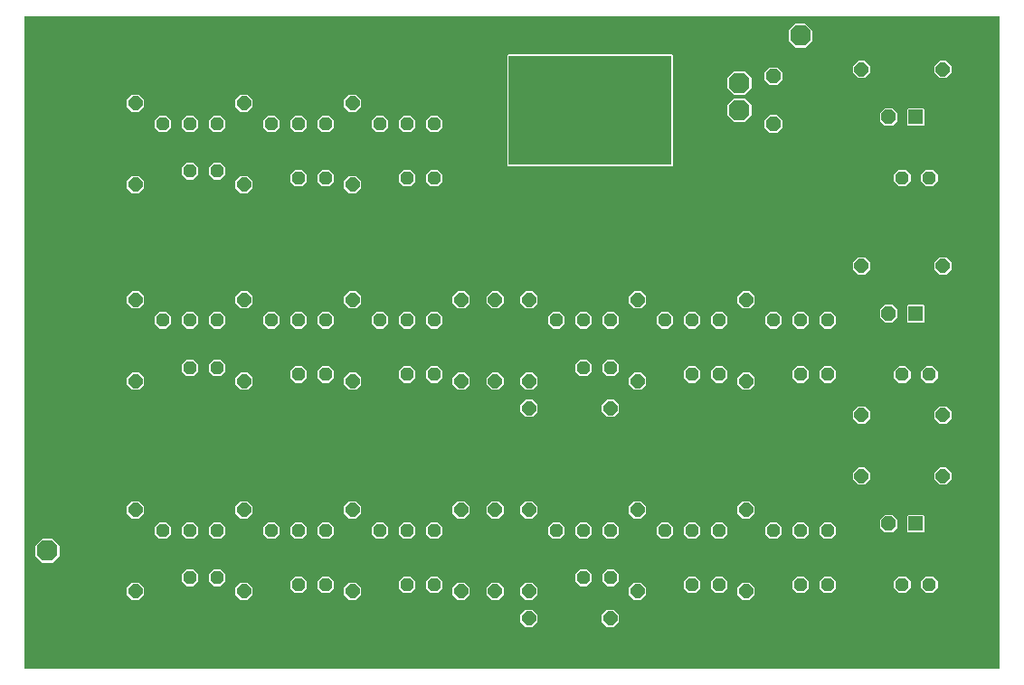
<source format=gbl>
G04 EAGLE Gerber RS-274X export*
G75*
%MOMM*%
%FSLAX34Y34*%
%LPD*%
%INBottom Copper*%
%IPPOS*%
%AMOC8*
5,1,8,0,0,1.08239X$1,22.5*%
G01*
%ADD10P,1.361647X8X202.500000*%
%ADD11P,1.415766X8X112.500000*%
%ADD12P,1.415766X8X202.500000*%
%ADD13P,1.415766X8X292.500000*%
%ADD14P,1.469886X8X22.500000*%
%ADD15R,1.358000X1.358000*%
%ADD16P,1.415766X8X22.500000*%
%ADD17P,2.089446X8X112.500000*%
%ADD18P,4.948687X8X112.500000*%
%ADD19R,15.240000X10.160000*%
%ADD20P,2.089446X8X202.500000*%
%ADD21P,2.089446X8X292.500000*%
%ADD22P,1.469886X8X202.500000*%
%ADD23C,0.956400*%

G36*
X922348Y10164D02*
X922348Y10164D01*
X922367Y10162D01*
X922469Y10184D01*
X922571Y10200D01*
X922588Y10210D01*
X922608Y10214D01*
X922697Y10267D01*
X922788Y10316D01*
X922802Y10330D01*
X922819Y10340D01*
X922886Y10419D01*
X922958Y10494D01*
X922966Y10512D01*
X922979Y10527D01*
X923018Y10623D01*
X923061Y10717D01*
X923063Y10737D01*
X923071Y10755D01*
X923089Y10922D01*
X923089Y620778D01*
X923086Y620798D01*
X923088Y620817D01*
X923066Y620919D01*
X923050Y621021D01*
X923040Y621038D01*
X923036Y621058D01*
X922983Y621147D01*
X922934Y621238D01*
X922920Y621252D01*
X922910Y621269D01*
X922831Y621336D01*
X922756Y621408D01*
X922738Y621416D01*
X922723Y621429D01*
X922627Y621468D01*
X922533Y621511D01*
X922513Y621513D01*
X922495Y621521D01*
X922328Y621539D01*
X10922Y621539D01*
X10902Y621536D01*
X10883Y621538D01*
X10781Y621516D01*
X10679Y621500D01*
X10662Y621490D01*
X10642Y621486D01*
X10553Y621433D01*
X10462Y621384D01*
X10448Y621370D01*
X10431Y621360D01*
X10364Y621281D01*
X10292Y621206D01*
X10284Y621188D01*
X10271Y621173D01*
X10232Y621077D01*
X10189Y620983D01*
X10187Y620963D01*
X10179Y620945D01*
X10161Y620778D01*
X10161Y10922D01*
X10164Y10902D01*
X10162Y10883D01*
X10184Y10781D01*
X10200Y10679D01*
X10210Y10662D01*
X10214Y10642D01*
X10267Y10553D01*
X10316Y10462D01*
X10330Y10448D01*
X10340Y10431D01*
X10419Y10364D01*
X10494Y10292D01*
X10512Y10284D01*
X10527Y10271D01*
X10623Y10232D01*
X10717Y10189D01*
X10737Y10187D01*
X10755Y10179D01*
X10922Y10161D01*
X922328Y10161D01*
X922348Y10164D01*
G37*
%LPC*%
G36*
X462918Y481075D02*
X462918Y481075D01*
X462025Y481968D01*
X462025Y584832D01*
X462918Y585725D01*
X616582Y585725D01*
X617475Y584832D01*
X617475Y481968D01*
X616582Y481075D01*
X462918Y481075D01*
G37*
%LPD*%
%LPC*%
G36*
X731970Y592073D02*
X731970Y592073D01*
X725423Y598620D01*
X725423Y607880D01*
X731970Y614427D01*
X741230Y614427D01*
X747777Y607880D01*
X747777Y598620D01*
X741230Y592073D01*
X731970Y592073D01*
G37*
%LPD*%
%LPC*%
G36*
X674820Y547623D02*
X674820Y547623D01*
X668273Y554170D01*
X668273Y563430D01*
X674820Y569977D01*
X684080Y569977D01*
X690627Y563430D01*
X690627Y554170D01*
X684080Y547623D01*
X674820Y547623D01*
G37*
%LPD*%
%LPC*%
G36*
X27120Y109473D02*
X27120Y109473D01*
X20573Y116020D01*
X20573Y125280D01*
X27120Y131827D01*
X36380Y131827D01*
X42927Y125280D01*
X42927Y116020D01*
X36380Y109473D01*
X27120Y109473D01*
G37*
%LPD*%
%LPC*%
G36*
X674820Y522223D02*
X674820Y522223D01*
X668273Y528770D01*
X668273Y538030D01*
X674820Y544577D01*
X684080Y544577D01*
X690627Y538030D01*
X690627Y528770D01*
X684080Y522223D01*
X674820Y522223D01*
G37*
%LPD*%
%LPC*%
G36*
X837128Y334585D02*
X837128Y334585D01*
X836235Y335478D01*
X836235Y350322D01*
X837128Y351215D01*
X851972Y351215D01*
X852865Y350322D01*
X852865Y335478D01*
X851972Y334585D01*
X837128Y334585D01*
G37*
%LPD*%
%LPC*%
G36*
X837128Y137735D02*
X837128Y137735D01*
X836235Y138628D01*
X836235Y153472D01*
X837128Y154365D01*
X851972Y154365D01*
X852865Y153472D01*
X852865Y138628D01*
X851972Y137735D01*
X837128Y137735D01*
G37*
%LPD*%
%LPC*%
G36*
X837128Y518735D02*
X837128Y518735D01*
X836235Y519628D01*
X836235Y534472D01*
X837128Y535365D01*
X851972Y535365D01*
X852865Y534472D01*
X852865Y519628D01*
X851972Y518735D01*
X837128Y518735D01*
G37*
%LPD*%
%LPC*%
G36*
X815706Y334585D02*
X815706Y334585D01*
X810835Y339456D01*
X810835Y346344D01*
X815706Y351215D01*
X822594Y351215D01*
X827465Y346344D01*
X827465Y339456D01*
X822594Y334585D01*
X815706Y334585D01*
G37*
%LPD*%
%LPC*%
G36*
X815706Y137735D02*
X815706Y137735D01*
X810835Y142606D01*
X810835Y149494D01*
X815706Y154365D01*
X822594Y154365D01*
X827465Y149494D01*
X827465Y142606D01*
X822594Y137735D01*
X815706Y137735D01*
G37*
%LPD*%
%LPC*%
G36*
X707756Y512385D02*
X707756Y512385D01*
X702885Y517256D01*
X702885Y524144D01*
X707756Y529015D01*
X714644Y529015D01*
X719515Y524144D01*
X719515Y517256D01*
X714644Y512385D01*
X707756Y512385D01*
G37*
%LPD*%
%LPC*%
G36*
X707756Y556835D02*
X707756Y556835D01*
X702885Y561706D01*
X702885Y568594D01*
X707756Y573465D01*
X714644Y573465D01*
X719515Y568594D01*
X719515Y561706D01*
X714644Y556835D01*
X707756Y556835D01*
G37*
%LPD*%
%LPC*%
G36*
X815706Y518735D02*
X815706Y518735D01*
X810835Y523606D01*
X810835Y530494D01*
X815706Y535365D01*
X822594Y535365D01*
X827465Y530494D01*
X827465Y523606D01*
X822594Y518735D01*
X815706Y518735D01*
G37*
%LPD*%
%LPC*%
G36*
X555459Y49085D02*
X555459Y49085D01*
X550735Y53809D01*
X550735Y60491D01*
X555459Y65215D01*
X562141Y65215D01*
X566865Y60491D01*
X566865Y53809D01*
X562141Y49085D01*
X555459Y49085D01*
G37*
%LPD*%
%LPC*%
G36*
X580859Y271335D02*
X580859Y271335D01*
X576135Y276059D01*
X576135Y282741D01*
X580859Y287465D01*
X587541Y287465D01*
X592265Y282741D01*
X592265Y276059D01*
X587541Y271335D01*
X580859Y271335D01*
G37*
%LPD*%
%LPC*%
G36*
X682459Y271335D02*
X682459Y271335D01*
X677735Y276059D01*
X677735Y282741D01*
X682459Y287465D01*
X689141Y287465D01*
X693865Y282741D01*
X693865Y276059D01*
X689141Y271335D01*
X682459Y271335D01*
G37*
%LPD*%
%LPC*%
G36*
X479259Y271335D02*
X479259Y271335D01*
X474535Y276059D01*
X474535Y282741D01*
X479259Y287465D01*
X485941Y287465D01*
X490665Y282741D01*
X490665Y276059D01*
X485941Y271335D01*
X479259Y271335D01*
G37*
%LPD*%
%LPC*%
G36*
X447509Y271335D02*
X447509Y271335D01*
X442785Y276059D01*
X442785Y282741D01*
X447509Y287465D01*
X454191Y287465D01*
X458915Y282741D01*
X458915Y276059D01*
X454191Y271335D01*
X447509Y271335D01*
G37*
%LPD*%
%LPC*%
G36*
X415759Y271335D02*
X415759Y271335D01*
X411035Y276059D01*
X411035Y282741D01*
X415759Y287465D01*
X422441Y287465D01*
X427165Y282741D01*
X427165Y276059D01*
X422441Y271335D01*
X415759Y271335D01*
G37*
%LPD*%
%LPC*%
G36*
X314159Y271335D02*
X314159Y271335D01*
X309435Y276059D01*
X309435Y282741D01*
X314159Y287465D01*
X320841Y287465D01*
X325565Y282741D01*
X325565Y276059D01*
X320841Y271335D01*
X314159Y271335D01*
G37*
%LPD*%
%LPC*%
G36*
X682459Y150685D02*
X682459Y150685D01*
X677735Y155409D01*
X677735Y162091D01*
X682459Y166815D01*
X689141Y166815D01*
X693865Y162091D01*
X693865Y155409D01*
X689141Y150685D01*
X682459Y150685D01*
G37*
%LPD*%
%LPC*%
G36*
X110959Y271335D02*
X110959Y271335D01*
X106235Y276059D01*
X106235Y282741D01*
X110959Y287465D01*
X117641Y287465D01*
X122365Y282741D01*
X122365Y276059D01*
X117641Y271335D01*
X110959Y271335D01*
G37*
%LPD*%
%LPC*%
G36*
X212559Y271335D02*
X212559Y271335D01*
X207835Y276059D01*
X207835Y282741D01*
X212559Y287465D01*
X219241Y287465D01*
X223965Y282741D01*
X223965Y276059D01*
X219241Y271335D01*
X212559Y271335D01*
G37*
%LPD*%
%LPC*%
G36*
X555459Y245935D02*
X555459Y245935D01*
X550735Y250659D01*
X550735Y257341D01*
X555459Y262065D01*
X562141Y262065D01*
X566865Y257341D01*
X566865Y250659D01*
X562141Y245935D01*
X555459Y245935D01*
G37*
%LPD*%
%LPC*%
G36*
X479259Y245935D02*
X479259Y245935D01*
X474535Y250659D01*
X474535Y257341D01*
X479259Y262065D01*
X485941Y262065D01*
X490665Y257341D01*
X490665Y250659D01*
X485941Y245935D01*
X479259Y245935D01*
G37*
%LPD*%
%LPC*%
G36*
X866609Y239585D02*
X866609Y239585D01*
X861885Y244309D01*
X861885Y250991D01*
X866609Y255715D01*
X873291Y255715D01*
X878015Y250991D01*
X878015Y244309D01*
X873291Y239585D01*
X866609Y239585D01*
G37*
%LPD*%
%LPC*%
G36*
X790409Y239585D02*
X790409Y239585D01*
X785685Y244309D01*
X785685Y250991D01*
X790409Y255715D01*
X797091Y255715D01*
X801815Y250991D01*
X801815Y244309D01*
X797091Y239585D01*
X790409Y239585D01*
G37*
%LPD*%
%LPC*%
G36*
X866609Y182435D02*
X866609Y182435D01*
X861885Y187159D01*
X861885Y193841D01*
X866609Y198565D01*
X873291Y198565D01*
X878015Y193841D01*
X878015Y187159D01*
X873291Y182435D01*
X866609Y182435D01*
G37*
%LPD*%
%LPC*%
G36*
X479259Y49085D02*
X479259Y49085D01*
X474535Y53809D01*
X474535Y60491D01*
X479259Y65215D01*
X485941Y65215D01*
X490665Y60491D01*
X490665Y53809D01*
X485941Y49085D01*
X479259Y49085D01*
G37*
%LPD*%
%LPC*%
G36*
X790409Y182435D02*
X790409Y182435D01*
X785685Y187159D01*
X785685Y193841D01*
X790409Y198565D01*
X797091Y198565D01*
X801815Y193841D01*
X801815Y187159D01*
X797091Y182435D01*
X790409Y182435D01*
G37*
%LPD*%
%LPC*%
G36*
X580859Y150685D02*
X580859Y150685D01*
X576135Y155409D01*
X576135Y162091D01*
X580859Y166815D01*
X587541Y166815D01*
X592265Y162091D01*
X592265Y155409D01*
X587541Y150685D01*
X580859Y150685D01*
G37*
%LPD*%
%LPC*%
G36*
X479259Y150685D02*
X479259Y150685D01*
X474535Y155409D01*
X474535Y162091D01*
X479259Y166815D01*
X485941Y166815D01*
X490665Y162091D01*
X490665Y155409D01*
X485941Y150685D01*
X479259Y150685D01*
G37*
%LPD*%
%LPC*%
G36*
X447509Y150685D02*
X447509Y150685D01*
X442785Y155409D01*
X442785Y162091D01*
X447509Y166815D01*
X454191Y166815D01*
X458915Y162091D01*
X458915Y155409D01*
X454191Y150685D01*
X447509Y150685D01*
G37*
%LPD*%
%LPC*%
G36*
X415759Y150685D02*
X415759Y150685D01*
X411035Y155409D01*
X411035Y162091D01*
X415759Y166815D01*
X422441Y166815D01*
X427165Y162091D01*
X427165Y155409D01*
X422441Y150685D01*
X415759Y150685D01*
G37*
%LPD*%
%LPC*%
G36*
X314159Y150685D02*
X314159Y150685D01*
X309435Y155409D01*
X309435Y162091D01*
X314159Y166815D01*
X320841Y166815D01*
X325565Y162091D01*
X325565Y155409D01*
X320841Y150685D01*
X314159Y150685D01*
G37*
%LPD*%
%LPC*%
G36*
X212559Y150685D02*
X212559Y150685D01*
X207835Y155409D01*
X207835Y162091D01*
X212559Y166815D01*
X219241Y166815D01*
X223965Y162091D01*
X223965Y155409D01*
X219241Y150685D01*
X212559Y150685D01*
G37*
%LPD*%
%LPC*%
G36*
X110959Y150685D02*
X110959Y150685D01*
X106235Y155409D01*
X106235Y162091D01*
X110959Y166815D01*
X117641Y166815D01*
X122365Y162091D01*
X122365Y155409D01*
X117641Y150685D01*
X110959Y150685D01*
G37*
%LPD*%
%LPC*%
G36*
X110959Y74485D02*
X110959Y74485D01*
X106235Y79209D01*
X106235Y85891D01*
X110959Y90615D01*
X117641Y90615D01*
X122365Y85891D01*
X122365Y79209D01*
X117641Y74485D01*
X110959Y74485D01*
G37*
%LPD*%
%LPC*%
G36*
X212559Y74485D02*
X212559Y74485D01*
X207835Y79209D01*
X207835Y85891D01*
X212559Y90615D01*
X219241Y90615D01*
X223965Y85891D01*
X223965Y79209D01*
X219241Y74485D01*
X212559Y74485D01*
G37*
%LPD*%
%LPC*%
G36*
X682459Y74485D02*
X682459Y74485D01*
X677735Y79209D01*
X677735Y85891D01*
X682459Y90615D01*
X689141Y90615D01*
X693865Y85891D01*
X693865Y79209D01*
X689141Y74485D01*
X682459Y74485D01*
G37*
%LPD*%
%LPC*%
G36*
X580859Y74485D02*
X580859Y74485D01*
X576135Y79209D01*
X576135Y85891D01*
X580859Y90615D01*
X587541Y90615D01*
X592265Y85891D01*
X592265Y79209D01*
X587541Y74485D01*
X580859Y74485D01*
G37*
%LPD*%
%LPC*%
G36*
X479259Y74485D02*
X479259Y74485D01*
X474535Y79209D01*
X474535Y85891D01*
X479259Y90615D01*
X485941Y90615D01*
X490665Y85891D01*
X490665Y79209D01*
X485941Y74485D01*
X479259Y74485D01*
G37*
%LPD*%
%LPC*%
G36*
X447509Y74485D02*
X447509Y74485D01*
X442785Y79209D01*
X442785Y85891D01*
X447509Y90615D01*
X454191Y90615D01*
X458915Y85891D01*
X458915Y79209D01*
X454191Y74485D01*
X447509Y74485D01*
G37*
%LPD*%
%LPC*%
G36*
X415759Y74485D02*
X415759Y74485D01*
X411035Y79209D01*
X411035Y85891D01*
X415759Y90615D01*
X422441Y90615D01*
X427165Y85891D01*
X427165Y79209D01*
X422441Y74485D01*
X415759Y74485D01*
G37*
%LPD*%
%LPC*%
G36*
X314159Y74485D02*
X314159Y74485D01*
X309435Y79209D01*
X309435Y85891D01*
X314159Y90615D01*
X320841Y90615D01*
X325565Y85891D01*
X325565Y79209D01*
X320841Y74485D01*
X314159Y74485D01*
G37*
%LPD*%
%LPC*%
G36*
X415759Y347535D02*
X415759Y347535D01*
X411035Y352259D01*
X411035Y358941D01*
X415759Y363665D01*
X422441Y363665D01*
X427165Y358941D01*
X427165Y352259D01*
X422441Y347535D01*
X415759Y347535D01*
G37*
%LPD*%
%LPC*%
G36*
X110959Y455485D02*
X110959Y455485D01*
X106235Y460209D01*
X106235Y466891D01*
X110959Y471615D01*
X117641Y471615D01*
X122365Y466891D01*
X122365Y460209D01*
X117641Y455485D01*
X110959Y455485D01*
G37*
%LPD*%
%LPC*%
G36*
X212559Y455485D02*
X212559Y455485D01*
X207835Y460209D01*
X207835Y466891D01*
X212559Y471615D01*
X219241Y471615D01*
X223965Y466891D01*
X223965Y460209D01*
X219241Y455485D01*
X212559Y455485D01*
G37*
%LPD*%
%LPC*%
G36*
X314159Y455485D02*
X314159Y455485D01*
X309435Y460209D01*
X309435Y466891D01*
X314159Y471615D01*
X320841Y471615D01*
X325565Y466891D01*
X325565Y460209D01*
X320841Y455485D01*
X314159Y455485D01*
G37*
%LPD*%
%LPC*%
G36*
X866609Y379285D02*
X866609Y379285D01*
X861885Y384009D01*
X861885Y390691D01*
X866609Y395415D01*
X873291Y395415D01*
X878015Y390691D01*
X878015Y384009D01*
X873291Y379285D01*
X866609Y379285D01*
G37*
%LPD*%
%LPC*%
G36*
X790409Y379285D02*
X790409Y379285D01*
X785685Y384009D01*
X785685Y390691D01*
X790409Y395415D01*
X797091Y395415D01*
X801815Y390691D01*
X801815Y384009D01*
X797091Y379285D01*
X790409Y379285D01*
G37*
%LPD*%
%LPC*%
G36*
X682459Y347535D02*
X682459Y347535D01*
X677735Y352259D01*
X677735Y358941D01*
X682459Y363665D01*
X689141Y363665D01*
X693865Y358941D01*
X693865Y352259D01*
X689141Y347535D01*
X682459Y347535D01*
G37*
%LPD*%
%LPC*%
G36*
X580859Y347535D02*
X580859Y347535D01*
X576135Y352259D01*
X576135Y358941D01*
X580859Y363665D01*
X587541Y363665D01*
X592265Y358941D01*
X592265Y352259D01*
X587541Y347535D01*
X580859Y347535D01*
G37*
%LPD*%
%LPC*%
G36*
X479259Y347535D02*
X479259Y347535D01*
X474535Y352259D01*
X474535Y358941D01*
X479259Y363665D01*
X485941Y363665D01*
X490665Y358941D01*
X490665Y352259D01*
X485941Y347535D01*
X479259Y347535D01*
G37*
%LPD*%
%LPC*%
G36*
X447509Y347535D02*
X447509Y347535D01*
X442785Y352259D01*
X442785Y358941D01*
X447509Y363665D01*
X454191Y363665D01*
X458915Y358941D01*
X458915Y352259D01*
X454191Y347535D01*
X447509Y347535D01*
G37*
%LPD*%
%LPC*%
G36*
X314159Y347535D02*
X314159Y347535D01*
X309435Y352259D01*
X309435Y358941D01*
X314159Y363665D01*
X320841Y363665D01*
X325565Y358941D01*
X325565Y352259D01*
X320841Y347535D01*
X314159Y347535D01*
G37*
%LPD*%
%LPC*%
G36*
X212559Y347535D02*
X212559Y347535D01*
X207835Y352259D01*
X207835Y358941D01*
X212559Y363665D01*
X219241Y363665D01*
X223965Y358941D01*
X223965Y352259D01*
X219241Y347535D01*
X212559Y347535D01*
G37*
%LPD*%
%LPC*%
G36*
X110959Y347535D02*
X110959Y347535D01*
X106235Y352259D01*
X106235Y358941D01*
X110959Y363665D01*
X117641Y363665D01*
X122365Y358941D01*
X122365Y352259D01*
X117641Y347535D01*
X110959Y347535D01*
G37*
%LPD*%
%LPC*%
G36*
X212559Y531685D02*
X212559Y531685D01*
X207835Y536409D01*
X207835Y543091D01*
X212559Y547815D01*
X219241Y547815D01*
X223965Y543091D01*
X223965Y536409D01*
X219241Y531685D01*
X212559Y531685D01*
G37*
%LPD*%
%LPC*%
G36*
X314159Y531685D02*
X314159Y531685D01*
X309435Y536409D01*
X309435Y543091D01*
X314159Y547815D01*
X320841Y547815D01*
X325565Y543091D01*
X325565Y536409D01*
X320841Y531685D01*
X314159Y531685D01*
G37*
%LPD*%
%LPC*%
G36*
X110959Y531685D02*
X110959Y531685D01*
X106235Y536409D01*
X106235Y543091D01*
X110959Y547815D01*
X117641Y547815D01*
X122365Y543091D01*
X122365Y536409D01*
X117641Y531685D01*
X110959Y531685D01*
G37*
%LPD*%
%LPC*%
G36*
X790409Y563435D02*
X790409Y563435D01*
X785685Y568159D01*
X785685Y574841D01*
X790409Y579565D01*
X797091Y579565D01*
X801815Y574841D01*
X801815Y568159D01*
X797091Y563435D01*
X790409Y563435D01*
G37*
%LPD*%
%LPC*%
G36*
X866609Y563435D02*
X866609Y563435D01*
X861885Y568159D01*
X861885Y574841D01*
X866609Y579565D01*
X873291Y579565D01*
X878015Y574841D01*
X878015Y568159D01*
X873291Y563435D01*
X866609Y563435D01*
G37*
%LPD*%
%LPC*%
G36*
X263463Y131885D02*
X263463Y131885D01*
X258885Y136463D01*
X258885Y142937D01*
X263463Y147515D01*
X269937Y147515D01*
X274515Y142937D01*
X274515Y136463D01*
X269937Y131885D01*
X263463Y131885D01*
G37*
%LPD*%
%LPC*%
G36*
X758763Y131885D02*
X758763Y131885D01*
X754185Y136463D01*
X754185Y142937D01*
X758763Y147515D01*
X765237Y147515D01*
X769815Y142937D01*
X769815Y136463D01*
X765237Y131885D01*
X758763Y131885D01*
G37*
%LPD*%
%LPC*%
G36*
X365063Y131885D02*
X365063Y131885D01*
X360485Y136463D01*
X360485Y142937D01*
X365063Y147515D01*
X371537Y147515D01*
X376115Y142937D01*
X376115Y136463D01*
X371537Y131885D01*
X365063Y131885D01*
G37*
%LPD*%
%LPC*%
G36*
X339663Y131885D02*
X339663Y131885D01*
X335085Y136463D01*
X335085Y142937D01*
X339663Y147515D01*
X346137Y147515D01*
X350715Y142937D01*
X350715Y136463D01*
X346137Y131885D01*
X339663Y131885D01*
G37*
%LPD*%
%LPC*%
G36*
X390463Y131885D02*
X390463Y131885D01*
X385885Y136463D01*
X385885Y142937D01*
X390463Y147515D01*
X396937Y147515D01*
X401515Y142937D01*
X401515Y136463D01*
X396937Y131885D01*
X390463Y131885D01*
G37*
%LPD*%
%LPC*%
G36*
X530163Y131885D02*
X530163Y131885D01*
X525585Y136463D01*
X525585Y142937D01*
X530163Y147515D01*
X536637Y147515D01*
X541215Y142937D01*
X541215Y136463D01*
X536637Y131885D01*
X530163Y131885D01*
G37*
%LPD*%
%LPC*%
G36*
X504763Y131885D02*
X504763Y131885D01*
X500185Y136463D01*
X500185Y142937D01*
X504763Y147515D01*
X511237Y147515D01*
X515815Y142937D01*
X515815Y136463D01*
X511237Y131885D01*
X504763Y131885D01*
G37*
%LPD*%
%LPC*%
G36*
X606363Y131885D02*
X606363Y131885D01*
X601785Y136463D01*
X601785Y142937D01*
X606363Y147515D01*
X612837Y147515D01*
X617415Y142937D01*
X617415Y136463D01*
X612837Y131885D01*
X606363Y131885D01*
G37*
%LPD*%
%LPC*%
G36*
X631763Y131885D02*
X631763Y131885D01*
X627185Y136463D01*
X627185Y142937D01*
X631763Y147515D01*
X638237Y147515D01*
X642815Y142937D01*
X642815Y136463D01*
X638237Y131885D01*
X631763Y131885D01*
G37*
%LPD*%
%LPC*%
G36*
X657163Y131885D02*
X657163Y131885D01*
X652585Y136463D01*
X652585Y142937D01*
X657163Y147515D01*
X663637Y147515D01*
X668215Y142937D01*
X668215Y136463D01*
X663637Y131885D01*
X657163Y131885D01*
G37*
%LPD*%
%LPC*%
G36*
X707963Y131885D02*
X707963Y131885D01*
X703385Y136463D01*
X703385Y142937D01*
X707963Y147515D01*
X714437Y147515D01*
X719015Y142937D01*
X719015Y136463D01*
X714437Y131885D01*
X707963Y131885D01*
G37*
%LPD*%
%LPC*%
G36*
X733363Y131885D02*
X733363Y131885D01*
X728785Y136463D01*
X728785Y142937D01*
X733363Y147515D01*
X739837Y147515D01*
X744415Y142937D01*
X744415Y136463D01*
X739837Y131885D01*
X733363Y131885D01*
G37*
%LPD*%
%LPC*%
G36*
X828613Y462085D02*
X828613Y462085D01*
X824035Y466663D01*
X824035Y473137D01*
X828613Y477715D01*
X835087Y477715D01*
X839665Y473137D01*
X839665Y466663D01*
X835087Y462085D01*
X828613Y462085D01*
G37*
%LPD*%
%LPC*%
G36*
X733363Y81085D02*
X733363Y81085D01*
X728785Y85663D01*
X728785Y92137D01*
X733363Y96715D01*
X739837Y96715D01*
X744415Y92137D01*
X744415Y85663D01*
X739837Y81085D01*
X733363Y81085D01*
G37*
%LPD*%
%LPC*%
G36*
X161863Y512885D02*
X161863Y512885D01*
X157285Y517463D01*
X157285Y523937D01*
X161863Y528515D01*
X168337Y528515D01*
X172915Y523937D01*
X172915Y517463D01*
X168337Y512885D01*
X161863Y512885D01*
G37*
%LPD*%
%LPC*%
G36*
X390463Y512885D02*
X390463Y512885D01*
X385885Y517463D01*
X385885Y523937D01*
X390463Y528515D01*
X396937Y528515D01*
X401515Y523937D01*
X401515Y517463D01*
X396937Y512885D01*
X390463Y512885D01*
G37*
%LPD*%
%LPC*%
G36*
X365063Y512885D02*
X365063Y512885D01*
X360485Y517463D01*
X360485Y523937D01*
X365063Y528515D01*
X371537Y528515D01*
X376115Y523937D01*
X376115Y517463D01*
X371537Y512885D01*
X365063Y512885D01*
G37*
%LPD*%
%LPC*%
G36*
X288863Y512885D02*
X288863Y512885D01*
X284285Y517463D01*
X284285Y523937D01*
X288863Y528515D01*
X295337Y528515D01*
X299915Y523937D01*
X299915Y517463D01*
X295337Y512885D01*
X288863Y512885D01*
G37*
%LPD*%
%LPC*%
G36*
X263463Y512885D02*
X263463Y512885D01*
X258885Y517463D01*
X258885Y523937D01*
X263463Y528515D01*
X269937Y528515D01*
X274515Y523937D01*
X274515Y517463D01*
X269937Y512885D01*
X263463Y512885D01*
G37*
%LPD*%
%LPC*%
G36*
X758763Y81085D02*
X758763Y81085D01*
X754185Y85663D01*
X754185Y92137D01*
X758763Y96715D01*
X765237Y96715D01*
X769815Y92137D01*
X769815Y85663D01*
X765237Y81085D01*
X758763Y81085D01*
G37*
%LPD*%
%LPC*%
G36*
X288863Y81085D02*
X288863Y81085D01*
X284285Y85663D01*
X284285Y92137D01*
X288863Y96715D01*
X295337Y96715D01*
X299915Y92137D01*
X299915Y85663D01*
X295337Y81085D01*
X288863Y81085D01*
G37*
%LPD*%
%LPC*%
G36*
X263463Y81085D02*
X263463Y81085D01*
X258885Y85663D01*
X258885Y92137D01*
X263463Y96715D01*
X269937Y96715D01*
X274515Y92137D01*
X274515Y85663D01*
X269937Y81085D01*
X263463Y81085D01*
G37*
%LPD*%
%LPC*%
G36*
X390463Y81085D02*
X390463Y81085D01*
X385885Y85663D01*
X385885Y92137D01*
X390463Y96715D01*
X396937Y96715D01*
X401515Y92137D01*
X401515Y85663D01*
X396937Y81085D01*
X390463Y81085D01*
G37*
%LPD*%
%LPC*%
G36*
X631763Y81085D02*
X631763Y81085D01*
X627185Y85663D01*
X627185Y92137D01*
X631763Y96715D01*
X638237Y96715D01*
X642815Y92137D01*
X642815Y85663D01*
X638237Y81085D01*
X631763Y81085D01*
G37*
%LPD*%
%LPC*%
G36*
X657163Y81085D02*
X657163Y81085D01*
X652585Y85663D01*
X652585Y92137D01*
X657163Y96715D01*
X663637Y96715D01*
X668215Y92137D01*
X668215Y85663D01*
X663637Y81085D01*
X657163Y81085D01*
G37*
%LPD*%
%LPC*%
G36*
X854013Y81085D02*
X854013Y81085D01*
X849435Y85663D01*
X849435Y92137D01*
X854013Y96715D01*
X860487Y96715D01*
X865065Y92137D01*
X865065Y85663D01*
X860487Y81085D01*
X854013Y81085D01*
G37*
%LPD*%
%LPC*%
G36*
X238063Y131885D02*
X238063Y131885D01*
X233485Y136463D01*
X233485Y142937D01*
X238063Y147515D01*
X244537Y147515D01*
X249115Y142937D01*
X249115Y136463D01*
X244537Y131885D01*
X238063Y131885D01*
G37*
%LPD*%
%LPC*%
G36*
X828613Y81085D02*
X828613Y81085D01*
X824035Y85663D01*
X824035Y92137D01*
X828613Y96715D01*
X835087Y96715D01*
X839665Y92137D01*
X839665Y85663D01*
X835087Y81085D01*
X828613Y81085D01*
G37*
%LPD*%
%LPC*%
G36*
X365063Y81085D02*
X365063Y81085D01*
X360485Y85663D01*
X360485Y92137D01*
X365063Y96715D01*
X371537Y96715D01*
X376115Y92137D01*
X376115Y85663D01*
X371537Y81085D01*
X365063Y81085D01*
G37*
%LPD*%
%LPC*%
G36*
X161863Y87435D02*
X161863Y87435D01*
X157285Y92013D01*
X157285Y98487D01*
X161863Y103065D01*
X168337Y103065D01*
X172915Y98487D01*
X172915Y92013D01*
X168337Y87435D01*
X161863Y87435D01*
G37*
%LPD*%
%LPC*%
G36*
X187263Y87435D02*
X187263Y87435D01*
X182685Y92013D01*
X182685Y98487D01*
X187263Y103065D01*
X193737Y103065D01*
X198315Y98487D01*
X198315Y92013D01*
X193737Y87435D01*
X187263Y87435D01*
G37*
%LPD*%
%LPC*%
G36*
X530163Y87435D02*
X530163Y87435D01*
X525585Y92013D01*
X525585Y98487D01*
X530163Y103065D01*
X536637Y103065D01*
X541215Y98487D01*
X541215Y92013D01*
X536637Y87435D01*
X530163Y87435D01*
G37*
%LPD*%
%LPC*%
G36*
X555563Y87435D02*
X555563Y87435D01*
X550985Y92013D01*
X550985Y98487D01*
X555563Y103065D01*
X562037Y103065D01*
X566615Y98487D01*
X566615Y92013D01*
X562037Y87435D01*
X555563Y87435D01*
G37*
%LPD*%
%LPC*%
G36*
X238063Y512885D02*
X238063Y512885D01*
X233485Y517463D01*
X233485Y523937D01*
X238063Y528515D01*
X244537Y528515D01*
X249115Y523937D01*
X249115Y517463D01*
X244537Y512885D01*
X238063Y512885D01*
G37*
%LPD*%
%LPC*%
G36*
X555563Y131885D02*
X555563Y131885D01*
X550985Y136463D01*
X550985Y142937D01*
X555563Y147515D01*
X562037Y147515D01*
X566615Y142937D01*
X566615Y136463D01*
X562037Y131885D01*
X555563Y131885D01*
G37*
%LPD*%
%LPC*%
G36*
X136463Y131885D02*
X136463Y131885D01*
X131885Y136463D01*
X131885Y142937D01*
X136463Y147515D01*
X142937Y147515D01*
X147515Y142937D01*
X147515Y136463D01*
X142937Y131885D01*
X136463Y131885D01*
G37*
%LPD*%
%LPC*%
G36*
X161863Y131885D02*
X161863Y131885D01*
X157285Y136463D01*
X157285Y142937D01*
X161863Y147515D01*
X168337Y147515D01*
X172915Y142937D01*
X172915Y136463D01*
X168337Y131885D01*
X161863Y131885D01*
G37*
%LPD*%
%LPC*%
G36*
X187263Y131885D02*
X187263Y131885D01*
X182685Y136463D01*
X182685Y142937D01*
X187263Y147515D01*
X193737Y147515D01*
X198315Y142937D01*
X198315Y136463D01*
X193737Y131885D01*
X187263Y131885D01*
G37*
%LPD*%
%LPC*%
G36*
X339663Y328735D02*
X339663Y328735D01*
X335085Y333313D01*
X335085Y339787D01*
X339663Y344365D01*
X346137Y344365D01*
X350715Y339787D01*
X350715Y333313D01*
X346137Y328735D01*
X339663Y328735D01*
G37*
%LPD*%
%LPC*%
G36*
X161863Y284285D02*
X161863Y284285D01*
X157285Y288863D01*
X157285Y295337D01*
X161863Y299915D01*
X168337Y299915D01*
X172915Y295337D01*
X172915Y288863D01*
X168337Y284285D01*
X161863Y284285D01*
G37*
%LPD*%
%LPC*%
G36*
X187263Y284285D02*
X187263Y284285D01*
X182685Y288863D01*
X182685Y295337D01*
X187263Y299915D01*
X193737Y299915D01*
X198315Y295337D01*
X198315Y288863D01*
X193737Y284285D01*
X187263Y284285D01*
G37*
%LPD*%
%LPC*%
G36*
X530163Y284285D02*
X530163Y284285D01*
X525585Y288863D01*
X525585Y295337D01*
X530163Y299915D01*
X536637Y299915D01*
X541215Y295337D01*
X541215Y288863D01*
X536637Y284285D01*
X530163Y284285D01*
G37*
%LPD*%
%LPC*%
G36*
X555563Y284285D02*
X555563Y284285D01*
X550985Y288863D01*
X550985Y295337D01*
X555563Y299915D01*
X562037Y299915D01*
X566615Y295337D01*
X566615Y288863D01*
X562037Y284285D01*
X555563Y284285D01*
G37*
%LPD*%
%LPC*%
G36*
X555563Y328735D02*
X555563Y328735D01*
X550985Y333313D01*
X550985Y339787D01*
X555563Y344365D01*
X562037Y344365D01*
X566615Y339787D01*
X566615Y333313D01*
X562037Y328735D01*
X555563Y328735D01*
G37*
%LPD*%
%LPC*%
G36*
X136463Y328735D02*
X136463Y328735D01*
X131885Y333313D01*
X131885Y339787D01*
X136463Y344365D01*
X142937Y344365D01*
X147515Y339787D01*
X147515Y333313D01*
X142937Y328735D01*
X136463Y328735D01*
G37*
%LPD*%
%LPC*%
G36*
X161863Y328735D02*
X161863Y328735D01*
X157285Y333313D01*
X157285Y339787D01*
X161863Y344365D01*
X168337Y344365D01*
X172915Y339787D01*
X172915Y333313D01*
X168337Y328735D01*
X161863Y328735D01*
G37*
%LPD*%
%LPC*%
G36*
X187263Y328735D02*
X187263Y328735D01*
X182685Y333313D01*
X182685Y339787D01*
X187263Y344365D01*
X193737Y344365D01*
X198315Y339787D01*
X198315Y333313D01*
X193737Y328735D01*
X187263Y328735D01*
G37*
%LPD*%
%LPC*%
G36*
X238063Y328735D02*
X238063Y328735D01*
X233485Y333313D01*
X233485Y339787D01*
X238063Y344365D01*
X244537Y344365D01*
X249115Y339787D01*
X249115Y333313D01*
X244537Y328735D01*
X238063Y328735D01*
G37*
%LPD*%
%LPC*%
G36*
X263463Y328735D02*
X263463Y328735D01*
X258885Y333313D01*
X258885Y339787D01*
X263463Y344365D01*
X269937Y344365D01*
X274515Y339787D01*
X274515Y333313D01*
X269937Y328735D01*
X263463Y328735D01*
G37*
%LPD*%
%LPC*%
G36*
X733363Y277935D02*
X733363Y277935D01*
X728785Y282513D01*
X728785Y288987D01*
X733363Y293565D01*
X739837Y293565D01*
X744415Y288987D01*
X744415Y282513D01*
X739837Y277935D01*
X733363Y277935D01*
G37*
%LPD*%
%LPC*%
G36*
X365063Y328735D02*
X365063Y328735D01*
X360485Y333313D01*
X360485Y339787D01*
X365063Y344365D01*
X371537Y344365D01*
X376115Y339787D01*
X376115Y333313D01*
X371537Y328735D01*
X365063Y328735D01*
G37*
%LPD*%
%LPC*%
G36*
X390463Y328735D02*
X390463Y328735D01*
X385885Y333313D01*
X385885Y339787D01*
X390463Y344365D01*
X396937Y344365D01*
X401515Y339787D01*
X401515Y333313D01*
X396937Y328735D01*
X390463Y328735D01*
G37*
%LPD*%
%LPC*%
G36*
X504763Y328735D02*
X504763Y328735D01*
X500185Y333313D01*
X500185Y339787D01*
X504763Y344365D01*
X511237Y344365D01*
X515815Y339787D01*
X515815Y333313D01*
X511237Y328735D01*
X504763Y328735D01*
G37*
%LPD*%
%LPC*%
G36*
X530163Y328735D02*
X530163Y328735D01*
X525585Y333313D01*
X525585Y339787D01*
X530163Y344365D01*
X536637Y344365D01*
X541215Y339787D01*
X541215Y333313D01*
X536637Y328735D01*
X530163Y328735D01*
G37*
%LPD*%
%LPC*%
G36*
X606363Y328735D02*
X606363Y328735D01*
X601785Y333313D01*
X601785Y339787D01*
X606363Y344365D01*
X612837Y344365D01*
X617415Y339787D01*
X617415Y333313D01*
X612837Y328735D01*
X606363Y328735D01*
G37*
%LPD*%
%LPC*%
G36*
X631763Y328735D02*
X631763Y328735D01*
X627185Y333313D01*
X627185Y339787D01*
X631763Y344365D01*
X638237Y344365D01*
X642815Y339787D01*
X642815Y333313D01*
X638237Y328735D01*
X631763Y328735D01*
G37*
%LPD*%
%LPC*%
G36*
X657163Y328735D02*
X657163Y328735D01*
X652585Y333313D01*
X652585Y339787D01*
X657163Y344365D01*
X663637Y344365D01*
X668215Y339787D01*
X668215Y333313D01*
X663637Y328735D01*
X657163Y328735D01*
G37*
%LPD*%
%LPC*%
G36*
X707963Y328735D02*
X707963Y328735D01*
X703385Y333313D01*
X703385Y339787D01*
X707963Y344365D01*
X714437Y344365D01*
X719015Y339787D01*
X719015Y333313D01*
X714437Y328735D01*
X707963Y328735D01*
G37*
%LPD*%
%LPC*%
G36*
X733363Y328735D02*
X733363Y328735D01*
X728785Y333313D01*
X728785Y339787D01*
X733363Y344365D01*
X739837Y344365D01*
X744415Y339787D01*
X744415Y333313D01*
X739837Y328735D01*
X733363Y328735D01*
G37*
%LPD*%
%LPC*%
G36*
X758763Y328735D02*
X758763Y328735D01*
X754185Y333313D01*
X754185Y339787D01*
X758763Y344365D01*
X765237Y344365D01*
X769815Y339787D01*
X769815Y333313D01*
X765237Y328735D01*
X758763Y328735D01*
G37*
%LPD*%
%LPC*%
G36*
X263463Y462085D02*
X263463Y462085D01*
X258885Y466663D01*
X258885Y473137D01*
X263463Y477715D01*
X269937Y477715D01*
X274515Y473137D01*
X274515Y466663D01*
X269937Y462085D01*
X263463Y462085D01*
G37*
%LPD*%
%LPC*%
G36*
X187263Y512885D02*
X187263Y512885D01*
X182685Y517463D01*
X182685Y523937D01*
X187263Y528515D01*
X193737Y528515D01*
X198315Y523937D01*
X198315Y517463D01*
X193737Y512885D01*
X187263Y512885D01*
G37*
%LPD*%
%LPC*%
G36*
X136463Y512885D02*
X136463Y512885D01*
X131885Y517463D01*
X131885Y523937D01*
X136463Y528515D01*
X142937Y528515D01*
X147515Y523937D01*
X147515Y517463D01*
X142937Y512885D01*
X136463Y512885D01*
G37*
%LPD*%
%LPC*%
G36*
X339663Y512885D02*
X339663Y512885D01*
X335085Y517463D01*
X335085Y523937D01*
X339663Y528515D01*
X346137Y528515D01*
X350715Y523937D01*
X350715Y517463D01*
X346137Y512885D01*
X339663Y512885D01*
G37*
%LPD*%
%LPC*%
G36*
X187263Y468435D02*
X187263Y468435D01*
X182685Y473013D01*
X182685Y479487D01*
X187263Y484065D01*
X193737Y484065D01*
X198315Y479487D01*
X198315Y473013D01*
X193737Y468435D01*
X187263Y468435D01*
G37*
%LPD*%
%LPC*%
G36*
X161863Y468435D02*
X161863Y468435D01*
X157285Y473013D01*
X157285Y479487D01*
X161863Y484065D01*
X168337Y484065D01*
X172915Y479487D01*
X172915Y473013D01*
X168337Y468435D01*
X161863Y468435D01*
G37*
%LPD*%
%LPC*%
G36*
X854013Y462085D02*
X854013Y462085D01*
X849435Y466663D01*
X849435Y473137D01*
X854013Y477715D01*
X860487Y477715D01*
X865065Y473137D01*
X865065Y466663D01*
X860487Y462085D01*
X854013Y462085D01*
G37*
%LPD*%
%LPC*%
G36*
X288863Y328735D02*
X288863Y328735D01*
X284285Y333313D01*
X284285Y339787D01*
X288863Y344365D01*
X295337Y344365D01*
X299915Y339787D01*
X299915Y333313D01*
X295337Y328735D01*
X288863Y328735D01*
G37*
%LPD*%
%LPC*%
G36*
X390463Y462085D02*
X390463Y462085D01*
X385885Y466663D01*
X385885Y473137D01*
X390463Y477715D01*
X396937Y477715D01*
X401515Y473137D01*
X401515Y466663D01*
X396937Y462085D01*
X390463Y462085D01*
G37*
%LPD*%
%LPC*%
G36*
X365063Y462085D02*
X365063Y462085D01*
X360485Y466663D01*
X360485Y473137D01*
X365063Y477715D01*
X371537Y477715D01*
X376115Y473137D01*
X376115Y466663D01*
X371537Y462085D01*
X365063Y462085D01*
G37*
%LPD*%
%LPC*%
G36*
X288863Y462085D02*
X288863Y462085D01*
X284285Y466663D01*
X284285Y473137D01*
X288863Y477715D01*
X295337Y477715D01*
X299915Y473137D01*
X299915Y466663D01*
X295337Y462085D01*
X288863Y462085D01*
G37*
%LPD*%
%LPC*%
G36*
X288863Y131885D02*
X288863Y131885D01*
X284285Y136463D01*
X284285Y142937D01*
X288863Y147515D01*
X295337Y147515D01*
X299915Y142937D01*
X299915Y136463D01*
X295337Y131885D01*
X288863Y131885D01*
G37*
%LPD*%
%LPC*%
G36*
X631763Y277935D02*
X631763Y277935D01*
X627185Y282513D01*
X627185Y288987D01*
X631763Y293565D01*
X638237Y293565D01*
X642815Y288987D01*
X642815Y282513D01*
X638237Y277935D01*
X631763Y277935D01*
G37*
%LPD*%
%LPC*%
G36*
X390463Y277935D02*
X390463Y277935D01*
X385885Y282513D01*
X385885Y288987D01*
X390463Y293565D01*
X396937Y293565D01*
X401515Y288987D01*
X401515Y282513D01*
X396937Y277935D01*
X390463Y277935D01*
G37*
%LPD*%
%LPC*%
G36*
X365063Y277935D02*
X365063Y277935D01*
X360485Y282513D01*
X360485Y288987D01*
X365063Y293565D01*
X371537Y293565D01*
X376115Y288987D01*
X376115Y282513D01*
X371537Y277935D01*
X365063Y277935D01*
G37*
%LPD*%
%LPC*%
G36*
X263463Y277935D02*
X263463Y277935D01*
X258885Y282513D01*
X258885Y288987D01*
X263463Y293565D01*
X269937Y293565D01*
X274515Y288987D01*
X274515Y282513D01*
X269937Y277935D01*
X263463Y277935D01*
G37*
%LPD*%
%LPC*%
G36*
X288863Y277935D02*
X288863Y277935D01*
X284285Y282513D01*
X284285Y288987D01*
X288863Y293565D01*
X295337Y293565D01*
X299915Y288987D01*
X299915Y282513D01*
X295337Y277935D01*
X288863Y277935D01*
G37*
%LPD*%
%LPC*%
G36*
X854013Y277935D02*
X854013Y277935D01*
X849435Y282513D01*
X849435Y288987D01*
X854013Y293565D01*
X860487Y293565D01*
X865065Y288987D01*
X865065Y282513D01*
X860487Y277935D01*
X854013Y277935D01*
G37*
%LPD*%
%LPC*%
G36*
X828613Y277935D02*
X828613Y277935D01*
X824035Y282513D01*
X824035Y288987D01*
X828613Y293565D01*
X835087Y293565D01*
X839665Y288987D01*
X839665Y282513D01*
X835087Y277935D01*
X828613Y277935D01*
G37*
%LPD*%
%LPC*%
G36*
X758763Y277935D02*
X758763Y277935D01*
X754185Y282513D01*
X754185Y288987D01*
X758763Y293565D01*
X765237Y293565D01*
X769815Y288987D01*
X769815Y282513D01*
X765237Y277935D01*
X758763Y277935D01*
G37*
%LPD*%
%LPC*%
G36*
X657163Y277935D02*
X657163Y277935D01*
X652585Y282513D01*
X652585Y288987D01*
X657163Y293565D01*
X663637Y293565D01*
X668215Y288987D01*
X668215Y282513D01*
X663637Y277935D01*
X657163Y277935D01*
G37*
%LPD*%
D10*
X165100Y95250D03*
X190500Y95250D03*
X139700Y95250D03*
X165100Y139700D03*
X190500Y139700D03*
X139700Y139700D03*
X266700Y88900D03*
X292100Y88900D03*
X241300Y88900D03*
X266700Y139700D03*
X292100Y139700D03*
X241300Y139700D03*
X368300Y88900D03*
X393700Y88900D03*
X342900Y88900D03*
X368300Y139700D03*
X393700Y139700D03*
X342900Y139700D03*
D11*
X114300Y82550D03*
X114300Y158750D03*
X215900Y82550D03*
X215900Y158750D03*
X317500Y82550D03*
X317500Y158750D03*
D10*
X533400Y95250D03*
X558800Y95250D03*
X508000Y95250D03*
X533400Y139700D03*
X558800Y139700D03*
X508000Y139700D03*
X635000Y88900D03*
X660400Y88900D03*
X609600Y88900D03*
X635000Y139700D03*
X660400Y139700D03*
X609600Y139700D03*
X736600Y88900D03*
X762000Y88900D03*
X711200Y88900D03*
X736600Y139700D03*
X762000Y139700D03*
X711200Y139700D03*
D11*
X482600Y82550D03*
X482600Y158750D03*
X584200Y82550D03*
X584200Y158750D03*
X685800Y82550D03*
X685800Y158750D03*
X450850Y82550D03*
X450850Y158750D03*
D12*
X558800Y57150D03*
X482600Y57150D03*
D13*
X419100Y158750D03*
X419100Y82550D03*
D10*
X165100Y292100D03*
X190500Y292100D03*
X139700Y292100D03*
X165100Y336550D03*
X190500Y336550D03*
X139700Y336550D03*
X266700Y285750D03*
X292100Y285750D03*
X241300Y285750D03*
X266700Y336550D03*
X292100Y336550D03*
X241300Y336550D03*
X368300Y285750D03*
X393700Y285750D03*
X342900Y285750D03*
X368300Y336550D03*
X393700Y336550D03*
X342900Y336550D03*
D11*
X114300Y279400D03*
X114300Y355600D03*
X215900Y279400D03*
X215900Y355600D03*
X317500Y279400D03*
X317500Y355600D03*
D10*
X533400Y292100D03*
X558800Y292100D03*
X508000Y292100D03*
X533400Y336550D03*
X558800Y336550D03*
X508000Y336550D03*
X635000Y285750D03*
X660400Y285750D03*
X609600Y285750D03*
X635000Y336550D03*
X660400Y336550D03*
X609600Y336550D03*
X736600Y285750D03*
X762000Y285750D03*
X711200Y285750D03*
X736600Y336550D03*
X762000Y336550D03*
X711200Y336550D03*
D11*
X482600Y279400D03*
X482600Y355600D03*
X584200Y279400D03*
X584200Y355600D03*
X685800Y279400D03*
X685800Y355600D03*
D13*
X419100Y355600D03*
X419100Y279400D03*
D11*
X450850Y279400D03*
X450850Y355600D03*
D12*
X558800Y254000D03*
X482600Y254000D03*
D10*
X165100Y476250D03*
X190500Y476250D03*
X139700Y476250D03*
X165100Y520700D03*
X190500Y520700D03*
X139700Y520700D03*
X266700Y469900D03*
X292100Y469900D03*
X241300Y469900D03*
X266700Y520700D03*
X292100Y520700D03*
X241300Y520700D03*
X368300Y469900D03*
X393700Y469900D03*
X342900Y469900D03*
X368300Y520700D03*
X393700Y520700D03*
X342900Y520700D03*
D11*
X114300Y463550D03*
X114300Y539750D03*
X215900Y463550D03*
X215900Y539750D03*
X317500Y463550D03*
X317500Y539750D03*
D10*
X831850Y88900D03*
X857250Y88900D03*
X806450Y88900D03*
D14*
X819150Y146050D03*
D15*
X844550Y146050D03*
D16*
X793750Y190500D03*
X869950Y190500D03*
D10*
X831850Y285750D03*
X857250Y285750D03*
X806450Y285750D03*
D14*
X819150Y342900D03*
D15*
X844550Y342900D03*
D16*
X793750Y387350D03*
X869950Y387350D03*
D12*
X869950Y247650D03*
X793750Y247650D03*
D10*
X831850Y469900D03*
X857250Y469900D03*
X806450Y469900D03*
D14*
X819150Y527050D03*
D15*
X844550Y527050D03*
D16*
X793750Y571500D03*
X869950Y571500D03*
D17*
X679450Y533400D03*
X679450Y508000D03*
X679450Y558800D03*
D18*
X495300Y533400D03*
D19*
X539750Y533400D03*
D20*
X711200Y603250D03*
X736600Y603250D03*
D21*
X31750Y95250D03*
X31750Y120650D03*
D22*
X736600Y565150D03*
X711200Y565150D03*
X736600Y520700D03*
X711200Y520700D03*
D23*
X527050Y533400D03*
X527050Y552450D03*
X527050Y571500D03*
X527050Y514350D03*
X527050Y495300D03*
X508000Y495300D03*
X488950Y495300D03*
X469900Y495300D03*
X508000Y571500D03*
X488950Y571500D03*
X469900Y571500D03*
X469900Y552450D03*
X469900Y514350D03*
M02*

</source>
